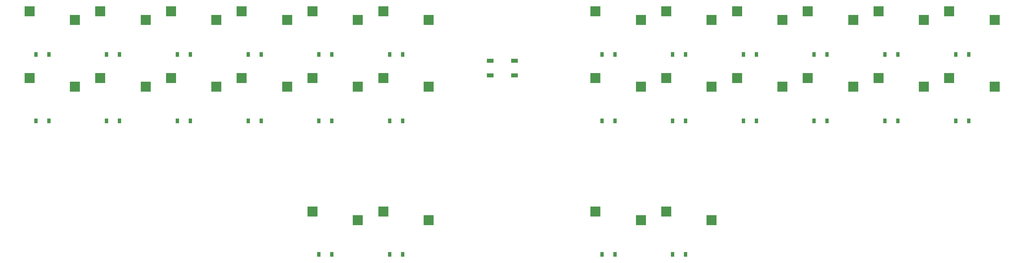
<source format=gbr>
%TF.GenerationSoftware,KiCad,Pcbnew,9.0.0*%
%TF.CreationDate,2025-04-19T19:47:05+02:00*%
%TF.ProjectId,pcb,7063622e-6b69-4636-9164-5f7063625858,v1.0.0*%
%TF.SameCoordinates,Original*%
%TF.FileFunction,Paste,Bot*%
%TF.FilePolarity,Positive*%
%FSLAX46Y46*%
G04 Gerber Fmt 4.6, Leading zero omitted, Abs format (unit mm)*
G04 Created by KiCad (PCBNEW 9.0.0) date 2025-04-19 19:47:05*
%MOMM*%
%LPD*%
G01*
G04 APERTURE LIST*
%ADD10R,2.600000X2.600000*%
%ADD11R,0.900000X1.200000*%
%ADD12R,1.800000X1.100000*%
G04 APERTURE END LIST*
D10*
%TO.C,S1*%
X96725000Y-94050000D03*
X108275000Y-96250000D03*
%TD*%
%TO.C,S2*%
X96725000Y-77050000D03*
X108275000Y-79250000D03*
%TD*%
%TO.C,S3*%
X114725000Y-94050000D03*
X126275000Y-96250000D03*
%TD*%
%TO.C,S4*%
X114725000Y-77050000D03*
X126275000Y-79250000D03*
%TD*%
%TO.C,S5*%
X132725000Y-94050000D03*
X144275000Y-96250000D03*
%TD*%
%TO.C,S6*%
X132725000Y-77050000D03*
X144275000Y-79250000D03*
%TD*%
%TO.C,S7*%
X150725000Y-94050000D03*
X162275000Y-96250000D03*
%TD*%
%TO.C,S8*%
X150725000Y-77050000D03*
X162275000Y-79250000D03*
%TD*%
%TO.C,S9*%
X168725000Y-94050000D03*
X180275000Y-96250000D03*
%TD*%
%TO.C,S10*%
X168725000Y-77050000D03*
X180275000Y-79250000D03*
%TD*%
%TO.C,S11*%
X186725000Y-94050000D03*
X198275000Y-96250000D03*
%TD*%
%TO.C,S12*%
X186725000Y-77050000D03*
X198275000Y-79250000D03*
%TD*%
%TO.C,S13*%
X240725000Y-94050000D03*
X252275000Y-96250000D03*
%TD*%
%TO.C,S14*%
X240725000Y-77050000D03*
X252275000Y-79250000D03*
%TD*%
%TO.C,S15*%
X258725000Y-94050000D03*
X270275000Y-96250000D03*
%TD*%
%TO.C,S16*%
X258725000Y-77050000D03*
X270275000Y-79250000D03*
%TD*%
%TO.C,S17*%
X276725000Y-94050000D03*
X288275000Y-96250000D03*
%TD*%
%TO.C,S18*%
X276725000Y-77050000D03*
X288275000Y-79250000D03*
%TD*%
%TO.C,S19*%
X294725000Y-94050000D03*
X306275000Y-96250000D03*
%TD*%
%TO.C,S20*%
X294725000Y-77050000D03*
X306275000Y-79250000D03*
%TD*%
%TO.C,S21*%
X312725000Y-94050000D03*
X324275000Y-96250000D03*
%TD*%
%TO.C,S22*%
X312725000Y-77050000D03*
X324275000Y-79250000D03*
%TD*%
%TO.C,S23*%
X330725000Y-94050000D03*
X342275000Y-96250000D03*
%TD*%
%TO.C,S24*%
X330725000Y-77050000D03*
X342275000Y-79250000D03*
%TD*%
%TO.C,S25*%
X168725000Y-128050000D03*
X180275000Y-130250000D03*
%TD*%
%TO.C,S26*%
X186725000Y-128050000D03*
X198275000Y-130250000D03*
%TD*%
%TO.C,S27*%
X240725000Y-128050000D03*
X252275000Y-130250000D03*
%TD*%
%TO.C,S28*%
X258725000Y-128050000D03*
X270275000Y-130250000D03*
%TD*%
D11*
%TO.C,D1*%
X101650000Y-105000000D03*
X98350000Y-105000000D03*
%TD*%
%TO.C,D2*%
X101650000Y-88000000D03*
X98350000Y-88000000D03*
%TD*%
%TO.C,D3*%
X119650000Y-105000000D03*
X116350000Y-105000000D03*
%TD*%
%TO.C,D4*%
X119650000Y-88000000D03*
X116350000Y-88000000D03*
%TD*%
%TO.C,D5*%
X137650000Y-105000000D03*
X134350000Y-105000000D03*
%TD*%
%TO.C,D6*%
X137650000Y-88000000D03*
X134350000Y-88000000D03*
%TD*%
%TO.C,D7*%
X155650000Y-105000000D03*
X152350000Y-105000000D03*
%TD*%
%TO.C,D8*%
X155650000Y-88000000D03*
X152350000Y-88000000D03*
%TD*%
%TO.C,D9*%
X173650000Y-105000000D03*
X170350000Y-105000000D03*
%TD*%
%TO.C,D10*%
X173650000Y-88000000D03*
X170350000Y-88000000D03*
%TD*%
%TO.C,D11*%
X191650000Y-105000000D03*
X188350000Y-105000000D03*
%TD*%
%TO.C,D12*%
X191650000Y-88000000D03*
X188350000Y-88000000D03*
%TD*%
%TO.C,D13*%
X245650000Y-105000000D03*
X242350000Y-105000000D03*
%TD*%
%TO.C,D14*%
X245650000Y-88000000D03*
X242350000Y-88000000D03*
%TD*%
%TO.C,D15*%
X263650000Y-105000000D03*
X260350000Y-105000000D03*
%TD*%
%TO.C,D16*%
X263650000Y-88000000D03*
X260350000Y-88000000D03*
%TD*%
%TO.C,D17*%
X281650000Y-105000000D03*
X278350000Y-105000000D03*
%TD*%
%TO.C,D18*%
X281650000Y-88000000D03*
X278350000Y-88000000D03*
%TD*%
%TO.C,D19*%
X299650000Y-105000000D03*
X296350000Y-105000000D03*
%TD*%
%TO.C,D20*%
X299650000Y-88000000D03*
X296350000Y-88000000D03*
%TD*%
%TO.C,D21*%
X317650000Y-105000000D03*
X314350000Y-105000000D03*
%TD*%
%TO.C,D22*%
X317650000Y-88000000D03*
X314350000Y-88000000D03*
%TD*%
%TO.C,D23*%
X335650000Y-105000000D03*
X332350000Y-105000000D03*
%TD*%
%TO.C,D24*%
X335650000Y-88000000D03*
X332350000Y-88000000D03*
%TD*%
%TO.C,D25*%
X173650000Y-139000000D03*
X170350000Y-139000000D03*
%TD*%
%TO.C,D26*%
X191650000Y-139000000D03*
X188350000Y-139000000D03*
%TD*%
%TO.C,D27*%
X245650000Y-139000000D03*
X242350000Y-139000000D03*
%TD*%
%TO.C,D28*%
X263650000Y-139000000D03*
X260350000Y-139000000D03*
%TD*%
D12*
%TO.C,B1*%
X213900000Y-89650000D03*
X220100000Y-89650000D03*
X213900000Y-93350000D03*
X220100000Y-93350000D03*
%TD*%
M02*

</source>
